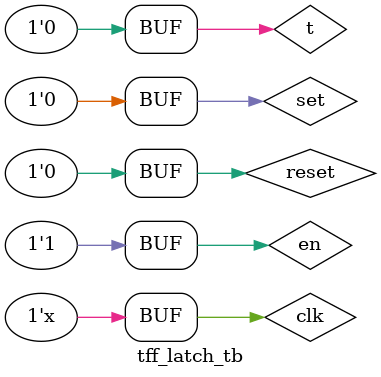
<source format=v>

module tff_latch(t,q,set,reset,en,clk);

	input t,reset,set,en,clk;
	output reg q;

	always @(posedge clk)
	begin
	if (en)
	begin
		if (set)
			q <= 0;
		if (reset)
			q <= 0;
		else
		begin
			if (t == 0)
				q <= q;
			else
			begin
				if (q == 0)
					q <= 1;
				else
					q <= 0;
			end
	   	end
	end
	end
	
endmodule

//test bench
module tff_latch_tb();

	reg t,reset,set,en,clk;
	wire q;

	tff_latch tb(t,q,set,reset,en,clk);

	initial
	begin
		clk = 0;
		en = 1;
		#5 reset = 1;
		#5 set = 1;
		#5 reset = 0;
		#5 set = 0;
	end

	always #5 clk = ~clk;

	initial
	begin
		#20 t = 1;
		#20 t = 0;
		#20 t = 1;
		#20 t = 0;
		#20 t = 1;
		#20 t = 0;
	end
	
endmodule


</source>
